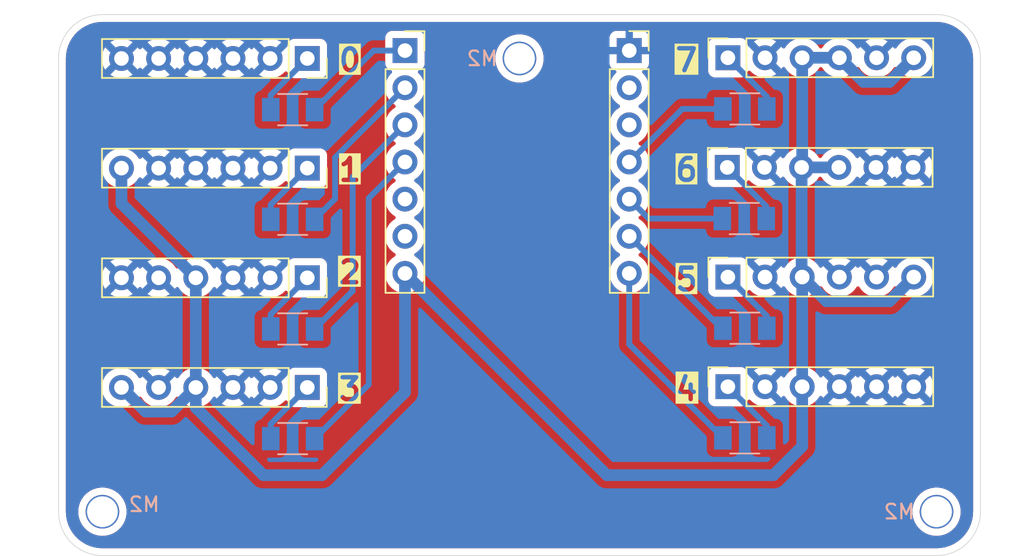
<source format=kicad_pcb>
(kicad_pcb (version 20241229) (generator "pcbnew") (generator_version "9.0")
  (layers (0 "F.Cu" signal) (2 "B.Cu" signal) (13 "F.Paste" user) (15 "B.Paste" user) (5 "F.SilkS" user "F.Silkscreen") (7 "B.SilkS" user "B.Silkscreen") (1 "F.Mask" user) (3 "B.Mask" user) (25 "Edge.Cuts" user))
  (net 0 "")
  (net 1 "GND")
  (net 2 "LED1")
  (net 3 "LED5")
  (net 4 "LED4")
  (net 5 "Pull up")
  (net 6 "LED7")
  (net 7 "LED3")
  (net 8 "LED2")
  (net 9 "LED6")
  (net 10 "LED8")
  (net 11 "Net-(J6-Pin_1)")
  (net 12 "Net-(J2-Pin_1)")
  (net 13 "Net-(J1-Pin_1)")
  (net 14 "Net-(J3-Pin_1)")
  (net 15 "Net-(J5-Pin_1)")
  (net 16 "Net-(J4-Pin_1)")
  (net 17 "Net-(J7-Pin_1)")
  (net 18 "Net-(J8-Pin_1)")
  (footprint "Connector_PinSocket_2.54mm:PinSocket_1x06_P2.54mm_Vertical" (layer "F.Cu") (at 213.74 75.95 90)
    (property "Reference" "J4" (hide yes))
    (property "Value" "Socket 06" (hide yes))
    (fp_line (start 1.33 -1.33) (end 1.33 0) (stroke (width 0.12)) (layer "F.SilkS"))
    (fp_line (start 0 -1.33) (end 1.33 -1.33) (stroke (width 0.12)) (layer "F.SilkS"))
    (fp_line (start 1.33 1.27) (end 1.33 14.03) (stroke (width 0.12)) (layer "F.SilkS"))
    (fp_line (start -1.33 1.27) (end 1.33 1.27) (stroke (width 0.12)) (layer "F.SilkS"))
    (fp_line (start -1.33 1.27) (end -1.33 14.03) (stroke (width 0.12)) (layer "F.SilkS"))
    (fp_line (start -1.33 14.03) (end 1.33 14.03) (stroke (width 0.12)) (layer "F.SilkS"))
    (pad "1" thru_hole rect (at 0 0 90) (size 1.7 1.7) (drill 1) (layers "*.Cu" "*.Mask") (net 16 "Net-(J4-Pin_1)"))
    (pad "2" thru_hole circle (at 0 2.54 90) (size 1.7 1.7) (drill 1) (layers "*.Cu" "*.Mask") (net 1 "GND"))
    (pad "3" thru_hole circle (at 0 5.08 90) (size 1.7 1.7) (drill 1) (layers "*.Cu" "*.Mask") (net 5 "Pull up"))
    (pad "4" thru_hole circle (at 0 7.62 90) (size 1.7 1.7) (drill 1) (layers "*.Cu" "*.Mask") (net 1 "GND"))
    (pad "5" thru_hole circle (at 0 10.16 90) (size 1.7 1.7) (drill 1) (layers "*.Cu" "*.Mask") (net 1 "GND"))
    (pad "6" thru_hole circle (at 0 12.7 90) (size 1.7 1.7) (drill 1) (layers "*.Cu" "*.Mask") (net 5 "Pull up"))
  )
  (footprint "Connector_PinSocket_2.54mm:PinSocket_1x06_P2.54mm_Vertical" (layer "F.Cu") (at 213.74 60.95 90)
    (property "Reference" "J8" (hide yes))
    (property "Value" "Socket 08" (hide yes))
    (fp_line (start 1.33 -1.33) (end 1.33 0) (stroke (width 0.12)) (layer "F.SilkS"))
    (fp_line (start 0 -1.33) (end 1.33 -1.33) (stroke (width 0.12)) (layer "F.SilkS"))
    (fp_line (start 1.33 1.27) (end 1.33 14.03) (stroke (width 0.12)) (layer "F.SilkS"))
    (fp_line (start -1.33 1.27) (end 1.33 1.27) (stroke (width 0.12)) (layer "F.SilkS"))
    (fp_line (start -1.33 1.27) (end -1.33 14.03) (stroke (width 0.12)) (layer "F.SilkS"))
    (fp_line (start -1.33 14.03) (end 1.33 14.03) (stroke (width 0.12)) (layer "F.SilkS"))
    (pad "1" thru_hole rect (at 0 0 90) (size 1.7 1.7) (drill 1) (layers "*.Cu" "*.Mask") (net 18 "Net-(J8-Pin_1)"))
    (pad "2" thru_hole circle (at 0 2.54 90) (size 1.7 1.7) (drill 1) (layers "*.Cu" "*.Mask") (net 1 "GND"))
    (pad "3" thru_hole circle (at 0 5.08 90) (size 1.7 1.7) (drill 1) (layers "*.Cu" "*.Mask") (net 5 "Pull up"))
    (pad "4" thru_hole circle (at 0 7.62 90) (size 1.7 1.7) (drill 1) (layers "*.Cu" "*.Mask") (net 5 "Pull up"))
    (pad "5" thru_hole circle (at 0 10.16 90) (size 1.7 1.7) (drill 1) (layers "*.Cu" "*.Mask") (net 1 "GND"))
    (pad "6" thru_hole circle (at 0 12.7 90) (size 1.7 1.7) (drill 1) (layers "*.Cu" "*.Mask") (net 5 "Pull up"))
  )
  (footprint "Connector_PinSocket_2.54mm:PinSocket_1x06_P2.54mm_Vertical" (layer "F.Cu") (at 185 68.5 -90)
    (property "Reference" "J1" (hide yes))
    (property "Value" "Socket 02" (hide yes))
    (fp_line (start -1.33 14.03) (end 1.33 14.03) (stroke (width 0.12)) (layer "F.SilkS"))
    (fp_line (start -1.33 1.27) (end -1.33 14.03) (stroke (width 0.12)) (layer "F.SilkS"))
    (fp_line (start -1.33 1.27) (end 1.33 1.27) (stroke (width 0.12)) (layer "F.SilkS"))
    (fp_line (start 1.33 1.27) (end 1.33 14.03) (stroke (width 0.12)) (layer "F.SilkS"))
    (fp_line (start 0 -1.33) (end 1.33 -1.33) (stroke (width 0.12)) (layer "F.SilkS"))
    (fp_line (start 1.33 -1.33) (end 1.33 0) (stroke (width 0.12)) (layer "F.SilkS"))
    (pad "1" thru_hole rect (at 0 0 270) (size 1.7 1.7) (drill 1) (layers "*.Cu" "*.Mask") (net 13 "Net-(J1-Pin_1)"))
    (pad "2" thru_hole circle (at 0 2.54 270) (size 1.7 1.7) (drill 1) (layers "*.Cu" "*.Mask") (net 1 "GND"))
    (pad "3" thru_hole circle (at 0 5.08 270) (size 1.7 1.7) (drill 1) (layers "*.Cu" "*.Mask") (net 1 "GND"))
    (pad "4" thru_hole circle (at 0 7.62 270) (size 1.7 1.7) (drill 1) (layers "*.Cu" "*.Mask") (net 1 "GND"))
    (pad "5" thru_hole circle (at 0 10.16 270) (size 1.7 1.7) (drill 1) (layers "*.Cu" "*.Mask") (net 1 "GND"))
    (pad "6" thru_hole circle (at 0 12.7 270) (size 1.7 1.7) (drill 1) (layers "*.Cu" "*.Mask") (net 5 "Pull up"))
  )
  (footprint "Connector_PinSocket_2.54mm:PinSocket_1x06_P2.54mm_Vertical" (layer "F.Cu") (at 185 61 -90)
    (property "Reference" "J3" (hide yes))
    (property "Value" "Socket 01" (hide yes))
    (fp_line (start -1.33 14.03) (end 1.33 14.03) (stroke (width 0.12)) (layer "F.SilkS"))
    (fp_line (start -1.33 1.27) (end -1.33 14.03) (stroke (width 0.12)) (layer "F.SilkS"))
    (fp_line (start -1.33 1.27) (end 1.33 1.27) (stroke (width 0.12)) (layer "F.SilkS"))
    (fp_line (start 1.33 1.27) (end 1.33 14.03) (stroke (width 0.12)) (layer "F.SilkS"))
    (fp_line (start 0 -1.33) (end 1.33 -1.33) (stroke (width 0.12)) (layer "F.SilkS"))
    (fp_line (start 1.33 -1.33) (end 1.33 0) (stroke (width 0.12)) (layer "F.SilkS"))
    (pad "1" thru_hole rect (at 0 0 270) (size 1.7 1.7) (drill 1) (layers "*.Cu" "*.Mask") (net 14 "Net-(J3-Pin_1)"))
    (pad "2" thru_hole circle (at 0 2.54 270) (size 1.7 1.7) (drill 1) (layers "*.Cu" "*.Mask") (net 1 "GND"))
    (pad "3" thru_hole circle (at 0 5.08 270) (size 1.7 1.7) (drill 1) (layers "*.Cu" "*.Mask") (net 1 "GND"))
    (pad "4" thru_hole circle (at 0 7.62 270) (size 1.7 1.7) (drill 1) (layers "*.Cu" "*.Mask") (net 1 "GND"))
    (pad "5" thru_hole circle (at 0 10.16 270) (size 1.7 1.7) (drill 1) (layers "*.Cu" "*.Mask") (net 1 "GND"))
    (pad "6" thru_hole circle (at 0 12.7 270) (size 1.7 1.7) (drill 1) (layers "*.Cu" "*.Mask") (net 1 "GND"))
  )
  (footprint "Connector_PinSocket_2.54mm:PinSocket_1x06_P2.54mm_Vertical" (layer "F.Cu") (at 213.74 83.45 90)
    (property "Reference" "J5" (hide yes))
    (property "Value" "Socket 05" (hide yes))
    (fp_line (start 1.33 -1.33) (end 1.33 0) (stroke (width 0.12)) (layer "F.SilkS"))
    (fp_line (start 0 -1.33) (end 1.33 -1.33) (stroke (width 0.12)) (layer "F.SilkS"))
    (fp_line (start 1.33 1.27) (end 1.33 14.03) (stroke (width 0.12)) (layer "F.SilkS"))
    (fp_line (start -1.33 1.27) (end 1.33 1.27) (stroke (width 0.12)) (layer "F.SilkS"))
    (fp_line (start -1.33 1.27) (end -1.33 14.03) (stroke (width 0.12)) (layer "F.SilkS"))
    (fp_line (start -1.33 14.03) (end 1.33 14.03) (stroke (width 0.12)) (layer "F.SilkS"))
    (pad "1" thru_hole rect (at 0 0 90) (size 1.7 1.7) (drill 1) (layers "*.Cu" "*.Mask") (net 15 "Net-(J5-Pin_1)"))
    (pad "2" thru_hole circle (at 0 2.54 90) (size 1.7 1.7) (drill 1) (layers "*.Cu" "*.Mask") (net 1 "GND"))
    (pad "3" thru_hole circle (at 0 5.08 90) (size 1.7 1.7) (drill 1) (layers "*.Cu" "*.Mask") (net 5 "Pull up"))
    (pad "4" thru_hole circle (at 0 7.62 90) (size 1.7 1.7) (drill 1) (layers "*.Cu" "*.Mask") (net 1 "GND"))
    (pad "5" thru_hole circle (at 0 10.16 90) (size 1.7 1.7) (drill 1) (layers "*.Cu" "*.Mask") (net 1 "GND"))
    (pad "6" thru_hole circle (at 0 12.7 90) (size 1.7 1.7) (drill 1) (layers "*.Cu" "*.Mask") (net 1 "GND"))
  )
  (footprint "Connector_PinSocket_2.54mm:PinSocket_1x06_P2.54mm_Vertical" (layer "F.Cu") (at 185 76 -90)
    (property "Reference" "J2" (hide yes))
    (property "Value" "Socket 03" (hide yes))
    (fp_line (start -1.33 14.03) (end 1.33 14.03) (stroke (width 0.12)) (layer "F.SilkS"))
    (fp_line (start -1.33 1.27) (end -1.33 14.03) (stroke (width 0.12)) (layer "F.SilkS"))
    (fp_line (start -1.33 1.27) (end 1.33 1.27) (stroke (width 0.12)) (layer "F.SilkS"))
    (fp_line (start 1.33 1.27) (end 1.33 14.03) (stroke (width 0.12)) (layer "F.SilkS"))
    (fp_line (start 0 -1.33) (end 1.33 -1.33) (stroke (width 0.12)) (layer "F.SilkS"))
    (fp_line (start 1.33 -1.33) (end 1.33 0) (stroke (width 0.12)) (layer "F.SilkS"))
    (pad "1" thru_hole rect (at 0 0 270) (size 1.7 1.7) (drill 1) (layers "*.Cu" "*.Mask") (net 12 "Net-(J2-Pin_1)"))
    (pad "2" thru_hole circle (at 0 2.54 270) (size 1.7 1.7) (drill 1) (layers "*.Cu" "*.Mask") (net 1 "GND"))
    (pad "3" thru_hole circle (at 0 5.08 270) (size 1.7 1.7) (drill 1) (layers "*.Cu" "*.Mask") (net 1 "GND"))
    (pad "4" thru_hole circle (at 0 7.62 270) (size 1.7 1.7) (drill 1) (layers "*.Cu" "*.Mask") (net 5 "Pull up"))
    (pad "5" thru_hole circle (at 0 10.16 270) (size 1.7 1.7) (drill 1) (layers "*.Cu" "*.Mask") (net 1 "GND"))
    (pad "6" thru_hole circle (at 0 12.7 270) (size 1.7 1.7) (drill 1) (layers "*.Cu" "*.Mask") (net 1 "GND"))
  )
  (footprint "Connector_PinSocket_2.54mm:PinSocket_1x07_P2.54mm_Vertical" (layer "F.Cu") (at 207 60.46)
    (property "Reference" "J10" (hide yes))
    (property "Value" "Xiao Right")
    (fp_line (start -1.33 1.27) (end -1.33 16.57) (stroke (width 0.12)) (layer "F.SilkS"))
    (fp_line (start -1.33 1.27) (end 1.33 1.27) (stroke (width 0.12)) (layer "F.SilkS"))
    (fp_line (start -1.33 16.57) (end 1.33 16.57) (stroke (width 0.12)) (layer "F.SilkS"))
    (fp_line (start 0 -1.33) (end 1.33 -1.33) (stroke (width 0.12)) (layer "F.SilkS"))
    (fp_line (start 1.33 -1.33) (end 1.33 0) (stroke (width 0.12)) (layer "F.SilkS"))
    (fp_line (start 1.33 1.27) (end 1.33 16.57) (stroke (width 0.12)) (layer "F.SilkS"))
    (pad "1" thru_hole rect (at 0 0) (size 1.7 1.7) (drill 1) (layers "*.Cu" "*.Mask") (net 1 "GND"))
    (pad "2" thru_hole circle (at 0 2.54) (size 1.7 1.7) (drill 1) (layers "*.Cu" "*.Mask"))
    (pad "3" thru_hole circle (at 0 5.08) (size 1.7 1.7) (drill 1) (layers "*.Cu" "*.Mask"))
    (pad "4" thru_hole circle (at 0 7.62) (size 1.7 1.7) (drill 1) (layers "*.Cu" "*.Mask") (net 10 "LED8"))
    (pad "5" thru_hole circle (at 0 10.16) (size 1.7 1.7) (drill 1) (layers "*.Cu" "*.Mask") (net 6 "LED7"))
    (pad "6" thru_hole circle (at 0 12.7) (size 1.7 1.7) (drill 1) (layers "*.Cu" "*.Mask") (net 9 "LED6"))
    (pad "7" thru_hole circle (at 0 15.24) (size 1.7 1.7) (drill 1) (layers "*.Cu" "*.Mask") (net 3 "LED5"))
  )
  (footprint "Connector_PinSocket_2.54mm:PinSocket_1x07_P2.54mm_Vertical" (layer "F.Cu") (at 191.675 60.46)
    (property "Reference" "J9" (hide yes))
    (property "Value" "Xiao Left")
    (fp_line (start -1.33 1.27) (end -1.33 16.57) (stroke (width 0.12)) (layer "F.SilkS"))
    (fp_line (start -1.33 1.27) (end 1.33 1.27) (stroke (width 0.12)) (layer "F.SilkS"))
    (fp_line (start -1.33 16.57) (end 1.33 16.57) (stroke (width 0.12)) (layer "F.SilkS"))
    (fp_line (start 0 -1.33) (end 1.33 -1.33) (stroke (width 0.12)) (layer "F.SilkS"))
    (fp_line (start 1.33 -1.33) (end 1.33 0) (stroke (width 0.12)) (layer "F.SilkS"))
    (fp_line (start 1.33 1.27) (end 1.33 16.57) (stroke (width 0.12)) (layer "F.SilkS"))
    (pad "1" thru_hole rect (at 0 0) (size 1.7 1.7) (drill 1) (layers "*.Cu" "*.Mask") (net 2 "LED1"))
    (pad "2" thru_hole circle (at 0 2.54) (size 1.7 1.7) (drill 1) (layers "*.Cu" "*.Mask") (net 8 "LED2"))
    (pad "3" thru_hole circle (at 0 5.08) (size 1.7 1.7) (drill 1) (layers "*.Cu" "*.Mask") (net 7 "LED3"))
    (pad "4" thru_hole circle (at 0 7.62) (size 1.7 1.7) (drill 1) (layers "*.Cu" "*.Mask") (net 4 "LED4"))
    (pad "5" thru_hole circle (at 0 10.16) (size 1.7 1.7) (drill 1) (layers "*.Cu" "*.Mask"))
    (pad "6" thru_hole circle (at 0 12.7) (size 1.7 1.7) (drill 1) (layers "*.Cu" "*.Mask"))
    (pad "7" thru_hole circle (at 0 15.24) (size 1.7 1.7) (drill 1) (layers "*.Cu" "*.Mask") (net 5 "Pull up"))
  )
  (footprint "Connector_PinSocket_2.54mm:PinSocket_1x06_P2.54mm_Vertical" (layer "F.Cu") (at 185 83.5 -90)
    (property "Reference" "J6" (hide yes))
    (property "Value" "Socket 04" (hide yes))
    (fp_line (start -1.33 14.03) (end 1.33 14.03) (stroke (width 0.12)) (layer "F.SilkS"))
    (fp_line (start -1.33 1.27) (end -1.33 14.03) (stroke (width 0.12)) (layer "F.SilkS"))
    (fp_line (start -1.33 1.27) (end 1.33 1.27) (stroke (width 0.12)) (layer "F.SilkS"))
    (fp_line (start 1.33 1.27) (end 1.33 14.03) (stroke (width 0.12)) (layer "F.SilkS"))
    (fp_line (start 0 -1.33) (end 1.33 -1.33) (stroke (width 0.12)) (layer "F.SilkS"))
    (fp_line (start 1.33 -1.33) (end 1.33 0) (stroke (width 0.12)) (layer "F.SilkS"))
    (pad "1" thru_hole rect (at 0 0 270) (size 1.7 1.7) (drill 1) (layers "*.Cu" "*.Mask") (net 11 "Net-(J6-Pin_1)"))
    (pad "2" thru_hole circle (at 0 2.54 270) (size 1.7 1.7) (drill 1) (layers "*.Cu" "*.Mask") (net 1 "GND"))
    (pad "3" thru_hole circle (at 0 5.08 270) (size 1.7 1.7) (drill 1) (layers "*.Cu" "*.Mask") (net 1 "GND"))
    (pad "4" thru_hole circle (at 0 7.62 270) (size 1.7 1.7) (drill 1) (layers "*.Cu" "*.Mask") (net 5 "Pull up"))
    (pad "5" thru_hole circle (at 0 10.16 270) (size 1.7 1.7) (drill 1) (layers "*.Cu" "*.Mask") (net 1 "GND"))
    (pad "6" thru_hole circle (at 0 12.7 270) (size 1.7 1.7) (drill 1) (layers "*.Cu" "*.Mask") (net 5 "Pull up"))
  )
  (footprint "Connector_PinSocket_2.54mm:PinSocket_1x06_P2.54mm_Vertical" (layer "F.Cu") (at 213.7 68.45 90)
    (property "Reference" "J7" (hide yes))
    (property "Value" "Socket 07" (hide yes))
    (fp_line (start 1.33 -1.33) (end 1.33 0) (stroke (width 0.12)) (layer "F.SilkS"))
    (fp_line (start 0 -1.33) (end 1.33 -1.33) (stroke (width 0.12)) (layer "F.SilkS"))
    (fp_line (start 1.33 1.27) (end 1.33 14.03) (stroke (width 0.12)) (layer "F.SilkS"))
    (fp_line (start -1.33 1.27) (end 1.33 1.27) (stroke (width 0.12)) (layer "F.SilkS"))
    (fp_line (start -1.33 1.27) (end -1.33 14.03) (stroke (width 0.12)) (layer "F.SilkS"))
    (fp_line (start -1.33 14.03) (end 1.33 14.03) (stroke (width 0.12)) (layer "F.SilkS"))
    (pad "1" thru_hole rect (at 0 0 90) (size 1.7 1.7) (drill 1) (layers "*.Cu" "*.Mask") (net 17 "Net-(J7-Pin_1)"))
    (pad "2" thru_hole circle (at 0 2.54 90) (size 1.7 1.7) (drill 1) (layers "*.Cu" "*.Mask") (net 1 "GND"))
    (pad "3" thru_hole circle (at 0 5.08 90) (size 1.7 1.7) (drill 1) (layers "*.Cu" "*.Mask") (net 5 "Pull up"))
    (pad "4" thru_hole circle (at 0 7.62 90) (size 1.7 1.7) (drill 1) (layers "*.Cu" "*.Mask") (net 5 "Pull up"))
    (pad "5" thru_hole circle (at 0 10.16 90) (size 1.7 1.7) (drill 1) (layers "*.Cu" "*.Mask") (net 1 "GND"))
    (pad "6" thru_hole circle (at 0 12.7 90) (size 1.7 1.7) (drill 1) (layers "*.Cu" "*.Mask") (net 1 "GND"))
  )
  (footprint "fab:MountingHole_M2" (layer "B.Cu") (at 228 92 180)
    (property "Reference" "REF**" (hide yes))
    (property "Value" "MountingHole_M2" (hide yes))
    (fp_text user "M2" (at 1.4 0 0) (layer "B.SilkS") (effects (font (thickness 0.15) (bold yes)) (justify left mirror)))
    (pad "" thru_hole circle (at 0 0 180) (size 2.3 2.3) (drill 2.1) (layers "*.Cu" "*.Mask"))
  )
  (footprint "fab:R_1206" (layer "B.Cu") (at 214.9 64.45 180)
    (property "Reference" "R12" (hide yes))
    (property "Value" "Resistor" (hide yes))
    (fp_line (start 1 -1.07) (end -1 -1.07) (stroke (width 0.12)) (layer "B.SilkS"))
    (fp_line (start -1 1.07) (end 1 1.07) (stroke (width 0.12)) (layer "B.SilkS"))
    (pad "1" smd rect (at -1.5 0 180) (size 1.2 1.6) (layers "B.Cu" "B.Mask" "B.Paste") (net 18 "Net-(J8-Pin_1)"))
    (pad "2" smd rect (at 1.5 0 180) (size 1.2 1.6) (layers "B.Cu" "B.Mask" "B.Paste") (net 10 "LED8"))
  )
  (footprint "fab:MountingHole_M2" (layer "B.Cu") (at 171 92 180)
    (property "Reference" "REF**" (hide yes))
    (property "Value" "MountingHole_M2" (hide yes))
    (fp_text user "M2" (at -4 0.5 0) (layer "B.SilkS") (effects (font (thickness 0.15) (bold yes)) (justify left mirror)))
    (pad "" thru_hole circle (at 0 0 180) (size 2.3 2.3) (drill 2.1) (layers "*.Cu" "*.Mask"))
  )
  (footprint "fab:R_1206" (layer "B.Cu") (at 184 87)
    (property "Reference" "R1" (hide yes))
    (property "Value" "Resistor" (hide yes))
    (fp_line (start -1 1.07) (end 1 1.07) (stroke (width 0.12)) (layer "B.SilkS"))
    (fp_line (start 1 -1.07) (end -1 -1.07) (stroke (width 0.12)) (layer "B.SilkS"))
    (pad "1" smd rect (at -1.5 0) (size 1.2 1.6) (layers "B.Cu" "B.Mask" "B.Paste") (net 11 "Net-(J6-Pin_1)"))
    (pad "2" smd rect (at 1.5 0) (size 1.2 1.6) (layers "B.Cu" "B.Mask" "B.Paste") (net 4 "LED4"))
  )
  (footprint "fab:R_1206" (layer "B.Cu") (at 214.9 86.95 180)
    (property "Reference" "R9" (hide yes))
    (property "Value" "Resistor" (hide yes))
    (fp_line (start 1 -1.07) (end -1 -1.07) (stroke (width 0.12)) (layer "B.SilkS"))
    (fp_line (start -1 1.07) (end 1 1.07) (stroke (width 0.12)) (layer "B.SilkS"))
    (pad "1" smd rect (at -1.5 0 180) (size 1.2 1.6) (layers "B.Cu" "B.Mask" "B.Paste") (net 15 "Net-(J5-Pin_1)"))
    (pad "2" smd rect (at 1.5 0 180) (size 1.2 1.6) (layers "B.Cu" "B.Mask" "B.Paste") (net 3 "LED5"))
  )
  (footprint "fab:R_1206" (layer "B.Cu") (at 184 79.5)
    (property "Reference" "R2" (hide yes))
    (property "Value" "Resistor" (hide yes))
    (fp_line (start -1 1.07) (end 1 1.07) (stroke (width 0.12)) (layer "B.SilkS"))
    (fp_line (start 1 -1.07) (end -1 -1.07) (stroke (width 0.12)) (layer "B.SilkS"))
    (pad "1" smd rect (at -1.5 0) (size 1.2 1.6) (layers "B.Cu" "B.Mask" "B.Paste") (net 12 "Net-(J2-Pin_1)"))
    (pad "2" smd rect (at 1.5 0) (size 1.2 1.6) (layers "B.Cu" "B.Mask" "B.Paste") (net 7 "LED3"))
  )
  (footprint "fab:R_1206" (layer "B.Cu") (at 184 72)
    (property "Reference" "R7" (hide yes))
    (property "Value" "Resistor" (hide yes))
    (fp_line (start -1 1.07) (end 1 1.07) (stroke (width 0.12)) (layer "B.SilkS"))
    (fp_line (start 1 -1.07) (end -1 -1.07) (stroke (width 0.12)) (layer "B.SilkS"))
    (pad "1" smd rect (at -1.5 0) (size 1.2 1.6) (layers "B.Cu" "B.Mask" "B.Paste") (net 13 "Net-(J1-Pin_1)"))
    (pad "2" smd rect (at 1.5 0) (size 1.2 1.6) (layers "B.Cu" "B.Mask" "B.Paste") (net 8 "LED2"))
  )
  (footprint "fab:R_1206" (layer "B.Cu") (at 214.86 71.95 180)
    (property "Reference" "R11" (hide yes))
    (property "Value" "Resistor" (hide yes))
    (fp_line (start 1 -1.07) (end -1 -1.07) (stroke (width 0.12)) (layer "B.SilkS"))
    (fp_line (start -1 1.07) (end 1 1.07) (stroke (width 0.12)) (layer "B.SilkS"))
    (pad "1" smd rect (at -1.5 0 180) (size 1.2 1.6) (layers "B.Cu" "B.Mask" "B.Paste") (net 17 "Net-(J7-Pin_1)"))
    (pad "2" smd rect (at 1.5 0 180) (size 1.2 1.6) (layers "B.Cu" "B.Mask" "B.Paste") (net 6 "LED7"))
  )
  (footprint "fab:R_1206" (layer "B.Cu") (at 214.9 79.45 180)
    (property "Reference" "R10" (hide yes))
    (property "Value" "Resistor" (hide yes))
    (fp_line (start 1 -1.07) (end -1 -1.07) (stroke (width 0.12)) (layer "B.SilkS"))
    (fp_line (start -1 1.07) (end 1 1.07) (stroke (width 0.12)) (layer "B.SilkS"))
    (pad "1" smd rect (at -1.5 0 180) (size 1.2 1.6) (layers "B.Cu" "B.Mask" "B.Paste") (net 16 "Net-(J4-Pin_1)"))
    (pad "2" smd rect (at 1.5 0 180) (size 1.2 1.6) (layers "B.Cu" "B.Mask" "B.Paste") (net 9 "LED6"))
  )
  (footprint "fab:MountingHole_M2" (layer "B.Cu") (at 199.5 61 180)
    (property "Reference" "REF**" (hide yes))
    (property "Value" "MountingHole_M2" (hide yes))
    (fp_text user "M2" (at 1.4 0 0) (layer "B.SilkS") (effects (font (thickness 0.15) (bold yes)) (justify left mirror)))
    (pad "" thru_hole circle (at 0 0 180) (size 2.3 2.3) (drill 2.1) (layers "*.Cu" "*.Mask"))
  )
  (footprint "fab:R_1206" (layer "B.Cu") (at 184 64.5)
    (property "Reference" "R8" (hide yes))
    (property "Value" "Resistor" (hide yes))
    (fp_line (start -1 1.07) (end 1 1.07) (stroke (width 0.12)) (layer "B.SilkS"))
    (fp_line (start 1 -1.07) (end -1 -1.07) (stroke (width 0.12)) (layer "B.SilkS"))
    (pad "1" smd rect (at -1.5 0) (size 1.2 1.6) (layers "B.Cu" "B.Mask" "B.Paste") (net 14 "Net-(J3-Pin_1)"))
    (pad "2" smd rect (at 1.5 0) (size 1.2 1.6) (layers "B.Cu" "B.Mask" "B.Paste") (net 2 "LED1"))
  )
  (gr_line (start 168 61) (end 168 92) (stroke (width 0.05)) (layer "Edge.Cuts"))
  (gr_line (start 231 61) (end 231 92) (stroke (width 0.05)) (layer "Edge.Cuts"))
  (gr_arc (start 231 92) (mid 230.12132 94.12132) (end 228 95) (stroke (width 0.05)) (layer "Edge.Cuts"))
  (gr_line (start 228 58) (end 171 58) (stroke (width 0.05)) (layer "Edge.Cuts"))
  (gr_arc (start 171 95) (mid 168.87868 94.12132) (end 168 92) (stroke (width 0.05)) (layer "Edge.Cuts"))
  (gr_arc (start 168 61) (mid 168.87868 58.87868) (end 171 58) (stroke (width 0.05)) (layer "Edge.Cuts"))
  (gr_line (start 171 95) (end 228 95) (stroke (width 0.05)) (layer "Edge.Cuts"))
  (gr_arc (start 228 58) (mid 230.12132 58.87868) (end 231 61) (stroke (width 0.05)) (layer "Edge.Cuts"))
  (gr_text "5" (at 210 77 0) (layer "F.SilkS" knockout) (effects (font (size 1.5 1.5) (thickness 0.3) (bold yes)) (justify left bottom)))
  (gr_text "7" (at 210 62 0) (layer "F.SilkS" knockout) (effects (font (size 1.5 1.5) (thickness 0.3) (bold yes)) (justify left bottom)))
  (gr_text "3" (at 187 84.5 0) (layer "F.SilkS" knockout) (effects (font (size 1.5 1.5) (thickness 0.3) (bold yes)) (justify left bottom)))
  (gr_text "6" (at 210 69.5 0) (layer "F.SilkS" knockout) (effects (font (size 1.5 1.5) (thickness 0.3) (bold yes)) (justify left bottom)))
  (gr_text "2" (at 187 76.5 0) (layer "F.SilkS" knockout) (effects (font (size 1.5 1.5) (thickness 0.3) (bold yes)) (justify left bottom)))
  (gr_text "1" (at 187 69.5 0) (layer "F.SilkS" knockout) (effects (font (size 1.5 1.5) (thickness 0.3) (bold yes)) (justify left bottom)))
  (gr_text "4" (at 210 84.5 0) (layer "F.SilkS" knockout) (effects (font (size 1.5 1.5) (thickness 0.3) (bold yes)) (justify left bottom)))
  (gr_text "0" (at 187 62 0) (layer "F.SilkS" knockout) (effects (font (size 1.5 1.5) (thickness 0.3) (bold yes)) (justify left bottom)))
  (segment (start 191.675 60.46) (end 189.54 60.46) (width 0.4) (layer "B.Cu") (net 2))
  (segment (start 189.54 60.46) (end 185.5 64.5) (width 0.4) (layer "B.Cu") (net 2))
  (segment (start 207 75.7) (end 207 80.55) (width 0.4) (layer "B.Cu") (net 3))
  (segment (start 207 80.55) (end 213.4 86.95) (width 0.4) (layer "B.Cu") (net 3))
  (segment (start 189.2 83.3) (end 185.5 87) (width 0.4) (layer "B.Cu") (net 4))
  (segment (start 191.675 68.08) (end 189.2 70.555) (width 0.4) (layer "B.Cu") (net 4))
  (segment (start 189.2 70.555) (end 189.2 83.3) (width 0.4) (layer "B.Cu") (net 4))
  (segment (start 218.82 87.532) (end 218.82 83.45) (width 0.8) (layer "B.Cu") (net 5))
  (segment (start 173.951 85.151) (end 175.729 85.151) (width 0.8) (layer "B.Cu") (net 5))
  (segment (start 181.998 89.5) (end 177.38 84.882) (width 0.8) (layer "B.Cu") (net 5))
  (segment (start 223.011 62.601) (end 224.789 62.601) (width 0.8) (layer "B.Cu") (net 5))
  (segment (start 218.82 68.41) (end 218.78 68.45) (width 0.8) (layer "B.Cu") (net 5))
  (segment (start 216.852 89.5) (end 218.82 87.532) (width 0.8) (layer "B.Cu") (net 5))
  (segment (start 191.675 75.7) (end 191.675 83.827) (width 0.8) (layer "B.Cu") (net 5))
  (segment (start 175.729 85.151) (end 177.38 83.5) (width 0.8) (layer "B.Cu") (net 5))
  (segment (start 220.471 77.601) (end 224.789 77.601) (width 0.8) (layer "B.Cu") (net 5))
  (segment (start 177.38 84.882) (end 177.38 83.5) (width 0.8) (layer "B.Cu") (net 5))
  (segment (start 191.675 75.7) (end 205.475 89.5) (width 0.8) (layer "B.Cu") (net 5))
  (segment (start 224.789 77.601) (end 226.44 75.95) (width 0.8) (layer "B.Cu") (net 5))
  (segment (start 218.78 75.91) (end 218.82 75.95) (width 0.8) (layer "B.Cu") (net 5))
  (segment (start 177.38 76) (end 172.3 70.92) (width 0.8) (layer "B.Cu") (net 5))
  (segment (start 218.78 68.45) (end 221.32 68.45) (width 0.8) (layer "B.Cu") (net 5))
  (segment (start 172.3 83.5) (end 173.951 85.151) (width 0.8) (layer "B.Cu") (net 5))
  (segment (start 218.82 75.95) (end 220.471 77.601) (width 0.8) (layer "B.Cu") (net 5))
  (segment (start 172.3 70.92) (end 172.3 68.5) (width 0.8) (layer "B.Cu") (net 5))
  (segment (start 177.38 83.5) (end 177.38 76) (width 0.8) (layer "B.Cu") (net 5))
  (segment (start 218.82 60.95) (end 221.36 60.95) (width 0.8) (layer "B.Cu") (net 5))
  (segment (start 221.36 60.95) (end 223.011 62.601) (width 0.8) (layer "B.Cu") (net 5))
  (segment (start 186.002 89.5) (end 181.998 89.5) (width 0.8) (layer "B.Cu") (net 5))
  (segment (start 205.475 89.5) (end 216.852 89.5) (width 0.8) (layer "B.Cu") (net 5))
  (segment (start 191.675 83.827) (end 186.002 89.5) (width 0.8) (layer "B.Cu") (net 5))
  (segment (start 218.82 60.95) (end 218.82 68.41) (width 0.8) (layer "B.Cu") (net 5))
  (segment (start 218.78 68.45) (end 218.78 75.91) (width 0.8) (layer "B.Cu") (net 5))
  (segment (start 218.82 83.45) (end 218.82 75.95) (width 0.8) (layer "B.Cu") (net 5))
  (segment (start 224.789 62.601) (end 226.44 60.95) (width 0.8) (layer "B.Cu") (net 5))
  (segment (start 207 70.62) (end 208.33 71.95) (width 0.4) (layer "B.Cu") (net 6))
  (segment (start 208.33 71.95) (end 213.36 71.95) (width 0.4) (layer "B.Cu") (net 6))
  (segment (start 188.1 76.9) (end 185.5 79.5) (width 0.4) (layer "B.Cu") (net 7))
  (segment (start 188.1 69.115) (end 188.1 76.9) (width 0.4) (layer "B.Cu") (net 7))
  (segment (start 191.675 65.54) (end 188.1 69.115) (width 0.4) (layer "B.Cu") (net 7))
  (segment (start 186.9 67.775) (end 186.9 70.6) (width 0.4) (layer "B.Cu") (net 8))
  (segment (start 186.9 70.6) (end 185.5 72) (width 0.4) (layer "B.Cu") (net 8))
  (segment (start 191.675 63) (end 186.9 67.775) (width 0.4) (layer "B.Cu") (net 8))
  (segment (start 207 73.16) (end 213.29 79.45) (width 0.4) (layer "B.Cu") (net 9))
  (segment (start 213.29 79.45) (end 213.4 79.45) (width 0.4) (layer "B.Cu") (net 9))
  (segment (start 207 68.08) (end 210.63 64.45) (width 0.4) (layer "B.Cu") (net 10))
  (segment (start 210.63 64.45) (end 213.4 64.45) (width 0.4) (layer "B.Cu") (net 10))
  (segment (start 182.5 86) (end 185 83.5) (width 0.4) (layer "B.Cu") (net 11))
  (segment (start 182.5 87) (end 182.5 86) (width 0.4) (layer "B.Cu") (net 11))
  (segment (start 182.5 78.5) (end 185 76) (width 0.4) (layer "B.Cu") (net 12))
  (segment (start 182.5 79.5) (end 182.5 78.5) (width 0.4) (layer "B.Cu") (net 12))
  (segment (start 182.5 71) (end 185 68.5) (width 0.4) (layer "B.Cu") (net 13))
  (segment (start 182.5 72) (end 182.5 71) (width 0.4) (layer "B.Cu") (net 13))
  (segment (start 182.5 64.5) (end 182.5 63.5) (width 0.4) (layer "B.Cu") (net 14))
  (segment (start 182.5 63.5) (end 185 61) (width 0.4) (layer "B.Cu") (net 14))
  (segment (start 216.4 86.95) (end 216.4 86.11) (width 0.4) (layer "B.Cu") (net 15))
  (segment (start 216.4 86.11) (end 213.74 83.45) (width 0.4) (layer "B.Cu") (net 15))
  (segment (start 216.4 79.45) (end 216.4 78.61) (width 0.4) (layer "B.Cu") (net 16))
  (segment (start 216.4 78.61) (end 213.74 75.95) (width 0.4) (layer "B.Cu") (net 16))
  (segment (start 216.36 71.11) (end 213.7 68.45) (width 0.4) (layer "B.Cu") (net 17))
  (segment (start 216.36 71.95) (end 216.36 71.11) (width 0.4) (layer "B.Cu") (net 17))
  (segment (start 216.4 63.61) (end 213.74 60.95) (width 0.4) (layer "B.Cu") (net 18))
  (segment (start 216.4 64.45) (end 216.4 63.61) (width 0.4) (layer "B.Cu") (net 18))
  (zone (net 0) (net_name "") (layer "F.Cu") (connect_pads (clearance 0.5)) (min_thickness 0.25) (fill yes (thermal_gap 0.5) (thermal_bridge_width 0.5) (island_removal_mode 1) (island_area_min 10))
    (polygon (pts (xy 234 57) (xy 234 95) (xy 164 95) (xy 164 57)))
  )
  (zone (net 1) (net_name "GND") (layer "B.Cu") (priority 1) (connect_pads (clearance 0.5)) (min_thickness 0.25) (fill yes (thermal_gap 0.5) (thermal_bridge_width 0.5))
    (polygon (pts (xy 164 57) (xy 164 95) (xy 234 95) (xy 234 57)))
  )
)
</source>
